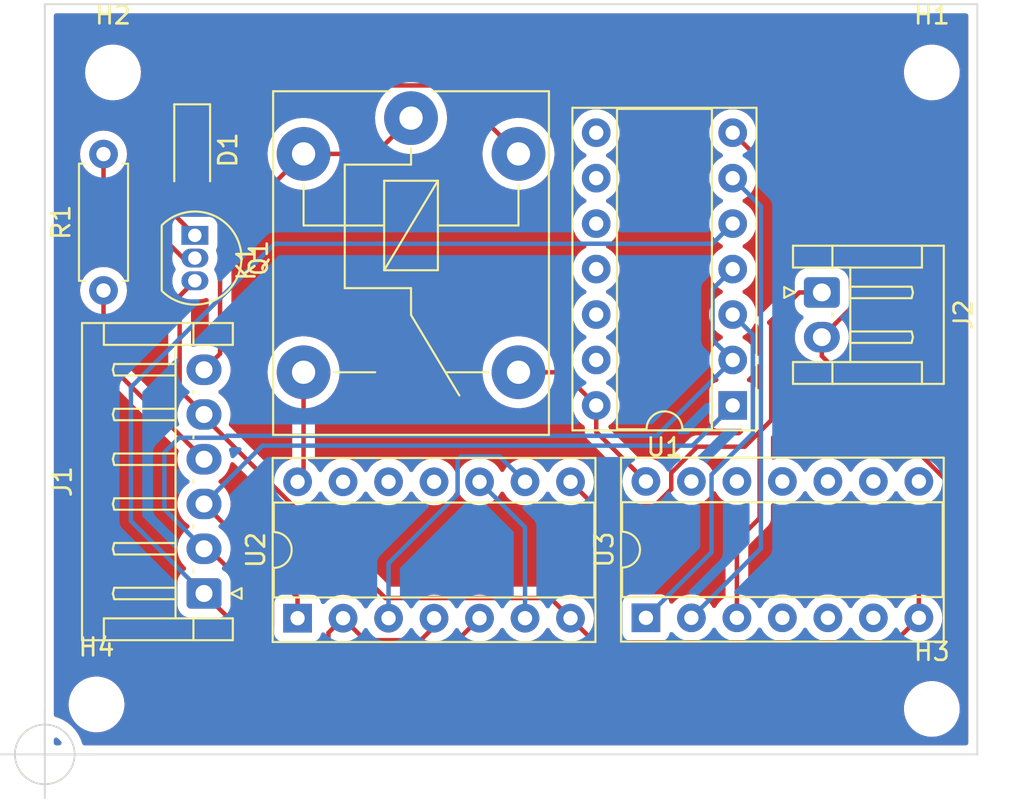
<source format=kicad_pcb>
(kicad_pcb (version 20211014) (generator pcbnew)
  (layers (0 "F.Cu" signal) (31 "B.Cu" signal) (34 "B.Paste" user) (35 "F.Paste" user) (36 "B.SilkS" user "B.Silkscreen") (37 "F.SilkS" user "F.Silkscreen") (38 "B.Mask" user) (39 "F.Mask" user) (44 "Edge.Cuts" user))
  (net 0 "")
  (net 1 "VCC")
  (net 2 "GND")
  (net 3 "IP1")
  (net 4 "IP2")
  (net 5 "IP3")
  (net 6 "SEL")
  (net 7 "OP")
  (net 8 "C1")
  (net 9 "C2")
  (net 10 "Net-(D1-Pad1)")
  (net 11 "Net-(Q1-Pad2)")
  (net 12 "Net-(U1-Pad3)")
  (net 13 "Net-(U1-Pad6)")
  (net 14 "Net-(U2-Pad3)")
  (net 15 "Net-(U2-Pad10)")
  (footprint "Relay_THT:Relay_SPDT_Finder_36.11" (layer "F.Cu") (at 132.21 100.34 -90)
    (fp_text reference "K1" (at 8.1 9.2 90) (layer "F.SilkS"))
    (fp_text value "FINDER-36.11")
    (fp_line (start 9.5 0) (end 11 0) (layer "F.SilkS") (width 0.12))
    (fp_line (start 9.5 3.7) (end 2.6 3.7) (layer "F.SilkS") (width 0.12))
    (fp_line (start 2.6 0) (end 1.7 0) (layer "F.SilkS") (width 0.12))
    (fp_line (start 17.7 7.7) (end -1.5 7.7) (layer "F.SilkS") (width 0.12))
    (fp_line (start 3.7 6) (end 6 6) (layer "F.SilkS") (width 0.12))
    (fp_line (start 9.5 0) (end 9.5 3.7) (layer "F.SilkS") (width 0.12))
    (fp_line (start 6 -6) (end 3.7 -6) (layer "F.SilkS") (width 0.12))
    (fp_line (start 3.5 -1.5) (end 8.5 -1.5) (layer "F.SilkS") (width 0.12))
    (fp_line (start -1.5 1.2) (end -1.5 7.7) (layer "F.SilkS") (width 0.12))
    (fp_line (start 8.5 1.5) (end 3.5 -1.5) (layer "F.SilkS") (width 0.12))
    (fp_line (start 8.5 -1.5) (end 8.5 1.5) (layer "F.SilkS") (width 0.12))
    (fp_line (start 17.7 -7.7) (end 17.7 7.7) (layer "F.SilkS") (width 0.12))
    (fp_line (start 3.5 1.5) (end 3.5 -1.5) (layer "F.SilkS") (width 0.12))
    (fp_line (start 14.2 -4.3) (end 14.2 -2) (layer "F.SilkS") (width 0.12))
    (fp_line (start -1.5 -7.7) (end 17.7 -7.7) (layer "F.SilkS") (width 0.12))
    (fp_line (start 6 -6) (end 6 -1.5) (layer "F.SilkS") (width 0.12))
    (fp_line (start 6 1.5) (end 6 6) (layer "F.SilkS") (width 0.12))
    (fp_line (start 8.5 1.5) (end 3.5 1.5) (layer "F.SilkS") (width 0.12))
    (fp_line (start 14.2 4.3) (end 14.2 2) (layer "F.SilkS") (width 0.12))
    (fp_line (start 2.6 0) (end 2.6 3.7) (layer "F.SilkS") (width 0.12))
    (fp_line (start 11 0) (end 15.5 -2.7) (layer "F.SilkS") (width 0.12))
    (fp_line (start -1.5 -7.7) (end -1.5 -1.2) (layer "F.SilkS") (width 0.12))
    (pad "11" thru_hole circle (at 0 0 270) (size 3 3) (drill 1.3) (layers *.Cu *.Mask) (net 1 "VCC"))
    (pad "12" thru_hole circle (at 14.2 -6 270) (size 3 3) (drill 1.3) (layers *.Cu *.Mask) (net 8 "C1"))
    (pad "14" thru_hole circle (at 14.2 6 270) (size 3 3) (drill 1.3) (layers *.Cu *.Mask) (net 9 "C2"))
    (pad "A1" thru_hole circle (at 2 6 270) (size 3 3) (drill 1.3) (layers *.Cu *.Mask) (net 1 "VCC"))
    (pad "A2" thru_hole circle (at 2 -6 270) (size 3 3) (drill 1.3) (layers *.Cu *.Mask) (net 10 "Net-(D1-Pad1)"))
  )
  (footprint "MountingHole:MountingHole_2.1mm" (layer "F.Cu") (at 114.65 133.1)
    (fp_text reference "H4" (at 0 -3.2) (layer "F.SilkS"))
    (fp_text value "MountingHole")
    (pad "" np_thru_hole circle (at 0 0) (size 2.1 2.1) (drill 2.1) (layers *.Cu *.Mask))
  )
  (footprint "Connector_JST:JST_EH_S6B-EH_1x06_P2.50mm_Horizontal" (layer "F.Cu") (at 120.65 126.9 90)
    (fp_text reference "J1" (at 6.25 -7.9 90) (layer "F.SilkS"))
    (fp_text value "Conn_01x06_Female")
    (fp_line (start 7.82 -1.59) (end 7.5 -1.59) (layer "F.SilkS") (width 0.12))
    (fp_line (start 10.32 -5.01) (end 10.32 -1.59) (layer "F.SilkS") (width 0.12))
    (fp_line (start -2.61 -6.81) (end 15.11 -6.81) (layer "F.SilkS") (width 0.12))
    (fp_line (start 12.82 -1.59) (end 12.5 -1.59) (layer "F.SilkS") (width 0.12))
    (fp_line (start 12.18 -5.01) (end 12.5 -5.09) (layer "F.SilkS") (width 0.12))
    (fp_line (start 7.18 -5.01) (end 7.5 -5.09) (layer "F.SilkS") (width 0.12))
    (fp_line (start 4.68 -1.59) (end 4.68 -5.01) (layer "F.SilkS") (width 0.12))
    (fp_line (start 15.11 -5.59) (end 13.89 -5.59) (layer "F.SilkS") (width 0.12))
    (fp_line (start 7.18 -1.59) (end 7.18 -5.01) (layer "F.SilkS") (width 0.12))
    (fp_line (start 13.89 1.61) (end 13.89 -0.59) (layer "F.SilkS") (width 0.12))
    (fp_line (start -1.39 -0.59) (end -1.39 1.61) (layer "F.SilkS") (width 0.12))
    (fp_line (start 2.18 -1.59) (end 2.18 -5.01) (layer "F.SilkS") (width 0.12))
    (fp_line (start 3.67 -0.59) (end 3.83 -0.59) (layer "F.SilkS") (width 0.12))
    (fp_line (start 15.11 1.61) (end 13.89 1.61) (layer "F.SilkS") (width 0.12))
    (fp_line (start 2.18 -5.01) (end 2.5 -5.09) (layer "F.SilkS") (width 0.12))
    (fp_line (start -0.32 -1.59) (end -0.32 -5.01) (layer "F.SilkS") (width 0.12))
    (fp_line (start 13.89 -5.59) (end 13.89 -0.59) (layer "F.SilkS") (width 0.12))
    (fp_line (start -2.61 1.61) (end -2.61 -6.81) (layer "F.SilkS") (width 0.12))
    (fp_line (start 0 1.5) (end -0.3 2.1) (layer "F.SilkS") (width 0.12))
    (fp_line (start 9.68 -5.01) (end 10 -5.09) (layer "F.SilkS") (width 0.12))
    (fp_line (start 6.17 -0.59) (end 6.33 -0.59) (layer "F.SilkS") (width 0.12))
    (fp_line (start 10 -5.09) (end 10.32 -5.01) (layer "F.SilkS") (width 0.12))
    (fp_line (start 7.5 -1.59) (end 7.18 -1.59) (layer "F.SilkS") (width 0.12))
    (fp_line (start 10 -1.59) (end 9.68 -1.59) (layer "F.SilkS") (width 0.12))
    (fp_line (start 0.32 -5.01) (end 0.32 -1.59) (layer "F.SilkS") (width 0.12))
    (fp_line (start 2.5 -1.59) (end 2.18 -1.59) (layer "F.SilkS") (width 0.12))
    (fp_line (start 12.82 -5.01) (end 12.82 -1.59) (layer "F.SilkS") (width 0.12))
    (fp_line (start -1.39 -5.59) (end -1.39 -0.59) (layer "F.SilkS") (width 0.12))
    (fp_line (start 5.32 -5.01) (end 5.32 -1.59) (layer "F.SilkS") (width 0.12))
    (fp_line (start -0.32 -5.01) (end 0 -5.09) (layer "F.SilkS") (width 0.12))
    (fp_line (start 10.32 -1.59) (end 10 -1.59) (layer "F.SilkS") (width 0.12))
    (fp_line (start -1.39 -0.59) (end -2.61 -0.59) (layer "F.SilkS") (width 0.12))
    (fp_line (start 0.32 -1.59) (end 0 -1.59) (layer "F.SilkS") (width 0.12))
    (fp_line (start 5 -1.59) (end 4.68 -1.59) (layer "F.SilkS") (width 0.12))
    (fp_line (start 5.32 -1.59) (end 5 -1.59) (layer "F.SilkS") (width 0.12))
    (fp_line (start 9.68 -1.59) (end 9.68 -5.01) (layer "F.SilkS") (width 0.12))
    (fp_line (start -2.61 -5.59) (end -1.39 -5.59) (layer "F.SilkS") (width 0.12))
    (fp_line (start 0.3 2.1) (end 0 1.5) (layer "F.SilkS") (width 0.12))
    (fp_line (start 8.67 -0.59) (end 8.83 -0.59) (layer "F.SilkS") (width 0.12))
    (fp_line (start -0.3 2.1) (end 0.3 2.1) (layer "F.SilkS") (width 0.12))
    (fp_line (start 2.82 -5.01) (end 2.82 -1.59) (layer "F.SilkS") (width 0.12))
    (fp_line (start 1.17 -0.59) (end 1.33 -0.59) (layer "F.SilkS") (width 0.12))
    (fp_line (start 2.82 -1.59) (end 2.5 -1.59) (layer "F.SilkS") (width 0.12))
    (fp_line (start -1.39 -1.59) (end 13.89 -1.59) (layer "F.SilkS") (width 0.12))
    (fp_line (start 7.5 -5.09) (end 7.82 -5.01) (layer "F.SilkS") (width 0.12))
    (fp_line (start 15.11 -6.81) (end 15.11 1.61) (layer "F.SilkS") (width 0.12))
    (fp_line (start 0 -5.09) (end 0.32 -5.01) (layer "F.SilkS") (width 0.12))
    (fp_line (start 0 -1.59) (end -0.32 -1.59) (layer "F.SilkS") (width 0.12))
    (fp_line (start 4.68 -5.01) (end 5 -5.09) (layer "F.SilkS") (width 0.12))
    (fp_line (start 12.18 -1.59) (end 12.18 -5.01) (layer "F.SilkS") (width 0.12))
    (fp_line (start 2.5 -5.09) (end 2.82 -5.01) (layer "F.SilkS") (width 0.12))
    (fp_line (start 12.5 -1.59) (end 12.18 -1.59) (layer "F.SilkS") (width 0.12))
    (fp_line (start 13.89 -0.59) (end 15.11 -0.59) (layer "F.SilkS") (width 0.12))
    (fp_line (start 5 -5.09) (end 5.32 -5.01) (layer "F.SilkS") (width 0.12))
    (fp_line (start -1.39 1.61) (end -2.61 1.61) (layer "F.SilkS") (width 0.12))
    (fp_line (start 12.5 -5.09) (end 12.82 -5.01) (layer "F.SilkS") (width 0.12))
    (fp_line (start 11.17 -0.59) (end 11.33 -0.59) (layer "F.SilkS") (width 0.12))
    (fp_line (start 7.82 -5.01) (end 7.82 -1.59) (layer "F.SilkS") (width 0.12))
    (pad "1" thru_hole roundrect (at 0 0 90) (size 1.7 1.95) (drill 0.95) (layers *.Cu *.Mask) (roundrect_rratio 0.147059) (net 5 "IP3"))
    (pad "2" thru_hole oval (at 2.5 0 90) (size 1.7 1.95) (drill 0.95) (layers *.Cu *.Mask) (net 4 "IP2"))
    (pad "3" thru_hole oval (at 5 0 90) (size 1.7 1.95) (drill 0.95) (layers *.Cu *.Mask) (net 3 "IP1"))
    (pad "4" thru_hole oval (at 7.5 0 90) (size 1.7 1.95) (drill 0.95) (layers *.Cu *.Mask) (net 6 "SEL"))
    (pad "5" thru_hole oval (at 10 0 90) (size 1.7 1.95) (drill 0.95) (layers *.Cu *.Mask) (net 2 "GND"))
    (pad "6" thru_hole oval (at 12.5 0 90) (size 1.7 1.95) (drill 0.95) (layers *.Cu *.Mask) (net 1 "VCC"))
  )
  (footprint "MountingHole:MountingHole_2.1mm" (layer "F.Cu") (at 161.29 97.79)
    (fp_text reference "H1" (at 0 -3.2) (layer "F.SilkS"))
    (fp_text value "MountingHole")
    (pad "" np_thru_hole circle (at 0 0) (size 2.1 2.1) (drill 2.1) (layers *.Cu *.Mask))
  )
  (footprint "Package_DIP:DIP-14_W7.62mm_Socket" (layer "F.Cu") (at 150.17 116.395 180)
    (fp_text reference "U1" (at 3.81 -2.33) (layer "F.SilkS"))
    (fp_text value "7408")
    (fp_line (start -1.33 16.63) (end 8.95 16.63) (layer "F.SilkS") (width 0.12))
    (fp_line (start 6.46 -1.33) (end 4.81 -1.33) (layer "F.SilkS") (width 0.12))
    (fp_line (start 8.95 16.63) (end 8.95 -1.39) (layer "F.SilkS") (width 0.12))
    (fp_line (start 1.16 16.57) (end 6.46 16.57) (layer "F.SilkS") (width 0.12))
    (fp_line (start 6.46 16.57) (end 6.46 -1.33) (layer "F.SilkS") (width 0.12))
    (fp_line (start 1.16 -1.33) (end 1.16 16.57) (layer "F.SilkS") (width 0.12))
    (fp_line (start -1.33 -1.39) (end -1.33 16.63) (layer "F.SilkS") (width 0.12))
    (fp_line (start 2.81 -1.33) (end 1.16 -1.33) (layer "F.SilkS") (width 0.12))
    (fp_line (start 8.95 -1.39) (end -1.33 -1.39) (layer "F.SilkS") (width 0.12))
    (fp_arc (start 4.81 -1.33) (mid 3.81 -0.33) (end 2.81 -1.33) (layer "F.SilkS") (width 0.12))
    (pad "1" thru_hole rect (at 0 0 180) (size 1.6 1.6) (drill 0.8) (layers *.Cu *.Mask) (net 3 "IP1"))
    (pad "2" thru_hole oval (at 0 2.54 180) (size 1.6 1.6) (drill 0.8) (layers *.Cu *.Mask) (net 4 "IP2"))
    (pad "3" thru_hole oval (at 0 5.08 180) (size 1.6 1.6) (drill 0.8) (layers *.Cu *.Mask) (net 12 "Net-(U1-Pad3)"))
    (pad "4" thru_hole oval (at 0 7.62 180) (size 1.6 1.6) (drill 0.8) (layers *.Cu *.Mask) (net 4 "IP2"))
    (pad "5" thru_hole oval (at 0 10.16 180) (size 1.6 1.6) (drill 0.8) (layers *.Cu *.Mask) (net 5 "IP3"))
    (pad "6" thru_hole oval (at 0 12.7 180) (size 1.6 1.6) (drill 0.8) (layers *.Cu *.Mask) (net 13 "Net-(U1-Pad6)"))
    (pad "7" thru_hole oval (at 0 15.24 180) (size 1.6 1.6) (drill 0.8) (layers *.Cu *.Mask) (net 2 "GND"))
    (pad "8" thru_hole oval (at 7.62 15.24 180) (size 1.6 1.6) (drill 0.8) (layers *.Cu *.Mask))
    (pad "9" thru_hole oval (at 7.62 12.7 180) (size 1.6 1.6) (drill 0.8) (layers *.Cu *.Mask))
    (pad "10" thru_hole oval (at 7.62 10.16 180) (size 1.6 1.6) (drill 0.8) (layers *.Cu *.Mask))
    (pad "11" thru_hole oval (at 7.62 7.62 180) (size 1.6 1.6) (drill 0.8) (layers *.Cu *.Mask))
    (pad "12" thru_hole oval (at 7.62 5.08 180) (size 1.6 1.6) (drill 0.8) (layers *.Cu *.Mask))
    (pad "13" thru_hole oval (at 7.62 2.54 180) (size 1.6 1.6) (drill 0.8) (layers *.Cu *.Mask))
    (pad "14" thru_hole oval (at 7.62 0 180) (size 1.6 1.6) (drill 0.8) (layers *.Cu *.Mask) (net 8 "C1"))
  )
  (footprint "Package_TO_SOT_THT:TO-92_Inline" (layer "F.Cu") (at 120.14 106.89 -90)
    (fp_text reference "Q1" (at 1.27 -3.56 90) (layer "F.SilkS"))
    (fp_text value "BC547")
    (fp_line (start -0.53 1.85) (end 3.07 1.85) (layer "F.SilkS") (width 0.12))
    (fp_arc (start 1.27 -2.6) (mid 3.672087 -0.994977) (end 3.108478 1.838478) (layer "F.SilkS") (width 0.12))
    (fp_arc (start -0.568478 1.838478) (mid -1.132087 -0.994977) (end 1.27 -2.6) (layer "F.SilkS") (width 0.12))
    (pad "1" thru_hole rect (at 0 0 270) (size 1.05 1.5) (drill 0.75) (layers *.Cu *.Mask) (net 10 "Net-(D1-Pad1)"))
    (pad "2" thru_hole oval (at 1.27 0 270) (size 1.05 1.5) (drill 0.75) (layers *.Cu *.Mask) (net 11 "Net-(Q1-Pad2)"))
    (pad "3" thru_hole oval (at 2.54 0 270) (size 1.05 1.5) (drill 0.75) (layers *.Cu *.Mask) (net 2 "GND"))
  )
  (footprint "Package_DIP:DIP-14_W7.62mm_Socket" (layer "F.Cu") (at 125.875 128.28 90)
    (fp_text reference "U2" (at 3.81 -2.33 90) (layer "F.SilkS"))
    (fp_text value "7400")
    (fp_line (start 6.46 -1.33) (end 4.81 -1.33) (layer "F.SilkS") (width 0.12))
    (fp_line (start 8.95 -1.39) (end -1.33 -1.39) (layer "F.SilkS") (width 0.12))
    (fp_line (start 1.16 16.57) (end 6.46 16.57) (layer "F.SilkS") (width 0.12))
    (fp_line (start 8.95 16.63) (end 8.95 -1.39) (layer "F.SilkS") (width 0.12))
    (fp_line (start 1.16 -1.33) (end 1.16 16.57) (layer "F.SilkS") (width 0.12))
    (fp_line (start -1.33 16.63) (end 8.95 16.63) (layer "F.SilkS") (width 0.12))
    (fp_line (start 2.81 -1.33) (end 1.16 -1.33) (layer "F.SilkS") (width 0.12))
    (fp_line (start -1.33 -1.39) (end -1.33 16.63) (layer "F.SilkS") (width 0.12))
    (fp_line (start 6.46 16.57) (end 6.46 -1.33) (layer "F.SilkS") (width 0.12))
    (fp_arc (start 4.81 -1.33) (mid 3.81 -0.33) (end 2.81 -1.33) (layer "F.SilkS") (width 0.12))
    (pad "1" thru_hole rect (at 0 0 90) (size 1.6 1.6) (drill 0.8) (layers *.Cu *.Mask) (net 3 "IP1"))
    (pad "2" thru_hole oval (at 0 2.54 90) (size 1.6 1.6) (drill 0.8) (layers *.Cu *.Mask) (net 4 "IP2"))
    (pad "3" thru_hole oval (at 0 5.08 90) (size 1.6 1.6) (drill 0.8) (layers *.Cu *.Mask) (net 14 "Net-(U2-Pad3)"))
    (pad "4" thru_hole oval (at 0 7.62 90) (size 1.6 1.6) (drill 0.8) (layers *.Cu *.Mask) (net 4 "IP2"))
    (pad "5" thru_hole oval (at 0 10.16 90) (size 1.6 1.6) (drill 0.8) (layers *.Cu *.Mask) (net 5 "IP3"))
    (pad "6" thru_hole oval (at 0 12.7 90) (size 1.6 1.6) (drill 0.8) (layers *.Cu *.Mask) (net 15 "Net-(U2-Pad10)"))
    (pad "7" thru_hole oval (at 0 15.24 90) (size 1.6 1.6) (drill 0.8) (layers *.Cu *.Mask) (net 2 "GND"))
    (pad "8" thru_hole oval (at 7.62 15.24 90) (size 1.6 1.6) (drill 0.8) (layers *.Cu *.Mask) (net 7 "OP"))
    (pad "9" thru_hole oval (at 7.62 12.7 90) (size 1.6 1.6) (drill 0.8) (layers *.Cu *.Mask) (net 14 "Net-(U2-Pad3)"))
    (pad "10" thru_hole oval (at 7.62 10.16 90) (size 1.6 1.6) (drill 0.8) (layers *.Cu *.Mask) (net 15 "Net-(U2-Pad10)"))
    (pad "11" thru_hole oval (at 7.62 7.62 90) (size 1.6 1.6) (drill 0.8) (layers *.Cu *.Mask))
    (pad "12" thru_hole oval (at 7.62 5.08 90) (size 1.6 1.6) (drill 0.8) (layers *.Cu *.Mask))
    (pad "13" thru_hole oval (at 7.62 2.54 90) (size 1.6 1.6) (drill 0.8) (layers *.Cu *.Mask))
    (pad "14" thru_hole oval (at 7.62 0 90) (size 1.6 1.6) (drill 0.8) (layers *.Cu *.Mask) (net 9 "C2"))
  )
  (footprint "Connector_JST:JST_EH_S2B-EH_1x02_P2.50mm_Horizontal" (layer "F.Cu") (at 155.1475 110.08 -90)
    (fp_text reference "J2" (at 1.25 -7.9 90) (layer "F.SilkS"))
    (fp_text value "Conn_01x02_Female")
    (fp_line (start 0 -1.59) (end -0.32 -1.59) (layer "F.SilkS") (width 0.12))
    (fp_line (start 0 -5.09) (end 0.32 -5.01) (layer "F.SilkS") (width 0.12))
    (fp_line (start -1.39 -0.59) (end -1.39 1.61) (layer "F.SilkS") (width 0.12))
    (fp_line (start -0.32 -5.01) (end 0 -5.09) (layer "F.SilkS") (width 0.12))
    (fp_line (start 3.89 -5.59) (end 3.89 -0.59) (layer "F.SilkS") (width 0.12))
    (fp_line (start 2.82 -1.59) (end 2.5 -1.59) (layer "F.SilkS") (width 0.12))
    (fp_line (start 3.89 -0.59) (end 5.11 -0.59) (layer "F.SilkS") (width 0.12))
    (fp_line (start 1.17 -0.59) (end 1.33 -0.59) (layer "F.SilkS") (width 0.12))
    (fp_line (start 0.3 2.1) (end 0 1.5) (layer "F.SilkS") (width 0.12))
    (fp_line (start 3.89 1.61) (end 3.89 -0.59) (layer "F.SilkS") (width 0.12))
    (fp_line (start -0.32 -1.59) (end -0.32 -5.01) (layer "F.SilkS") (width 0.12))
    (fp_line (start 5.11 -6.81) (end 5.11 1.61) (layer "F.SilkS") (width 0.12))
    (fp_line (start -0.3 2.1) (end 0.3 2.1) (layer "F.SilkS") (width 0.12))
    (fp_line (start -1.39 -0.59) (end -2.61 -0.59) (layer "F.SilkS") (width 0.12))
    (fp_line (start -1.39 1.61) (end -2.61 1.61) (layer "F.SilkS") (width 0.12))
    (fp_line (start 2.82 -5.01) (end 2.82 -1.59) (layer "F.SilkS") (width 0.12))
    (fp_line (start 0 1.5) (end -0.3 2.1) (layer "F.SilkS") (width 0.12))
    (fp_line (start 2.5 -1.59) (end 2.18 -1.59) (layer "F.SilkS") (width 0.12))
    (fp_line (start 2.5 -5.09) (end 2.82 -5.01) (layer "F.SilkS") (width 0.12))
    (fp_line (start 2.18 -5.01) (end 2.5 -5.09) (layer "F.SilkS") (width 0.12))
    (fp_line (start 5.11 -5.59) (end 3.89 -5.59) (layer "F.SilkS") (width 0.12))
    (fp_line (start 5.11 1.61) (end 3.89 1.61) (layer "F.SilkS") (width 0.12))
    (fp_line (start 0.32 -1.59) (end 0 -1.59) (layer "F.SilkS") (width 0.12))
    (fp_line (start -2.61 -6.81) (end 5.11 -6.81) (layer "F.SilkS") (width 0.12))
    (fp_line (start 2.18 -1.59) (end 2.18 -5.01) (layer "F.SilkS") (width 0.12))
    (fp_line (start -1.39 -1.59) (end 3.89 -1.59) (layer "F.SilkS") (width 0.12))
    (fp_line (start 0.32 -5.01) (end 0.32 -1.59) (layer "F.SilkS") (width 0.12))
    (fp_line (start -2.61 -5.59) (end -1.39 -5.59) (layer "F.SilkS") (width 0.12))
    (fp_line (start -2.61 1.61) (end -2.61 -6.81) (layer "F.SilkS") (width 0.12))
    (fp_line (start -1.39 -5.59) (end -1.39 -0.59) (layer "F.SilkS") (width 0.12))
    (pad "1" thru_hole roundrect (at 0 0 270) (size 1.7 2) (drill 1) (layers *.Cu *.Mask) (roundrect_rratio 0.147059) (net 7 "OP"))
    (pad "2" thru_hole oval (at 2.5 0 270) (size 1.7 2) (drill 1) (layers *.Cu *.Mask) (net 2 "GND"))
  )
  (footprint "MountingHole:MountingHole_2.1mm" (layer "F.Cu") (at 115.57 97.79)
    (fp_text reference "H2" (at 0 -3.2) (layer "F.SilkS"))
    (fp_text value "MountingHole")
    (pad "" np_thru_hole circle (at 0 0) (size 2.1 2.1) (drill 2.1) (layers *.Cu *.Mask))
  )
  (footprint "Package_DIP:DIP-14_W7.62mm_Socket" (layer "F.Cu") (at 145.325 128.26 90)
    (fp_text reference "U3" (at 3.81 -2.33 90) (layer "F.SilkS"))
    (fp_text value "7432")
    (fp_line (start 6.46 -1.33) (end 4.81 -1.33) (layer "F.SilkS") (width 0.12))
    (fp_line (start -1.33 16.63) (end 8.95 16.63) (layer "F.SilkS") (width 0.12))
    (fp_line (start 8.95 -1.39) (end -1.33 -1.39) (layer "F.SilkS") (width 0.12))
    (fp_line (start 8.95 16.63) (end 8.95 -1.39) (layer "F.SilkS") (width 0.12))
    (fp_line (start 6.46 16.57) (end 6.46 -1.33) (layer "F.SilkS") (width 0.12))
    (fp_line (start 1.16 -1.33) (end 1.16 16.57) (layer "F.SilkS") (width 0.12))
    (fp_line (start 2.81 -1.33) (end 1.16 -1.33) (layer "F.SilkS") (width 0.12))
    (fp_line (start -1.33 -1.39) (end -1.33 16.63) (layer "F.SilkS") (width 0.12))
    (fp_line (start 1.16 16.57) (end 6.46 16.57) (layer "F.SilkS") (width 0.12))
    (fp_arc (start 4.81 -1.33) (mid 3.81 -0.33) (end 2.81 -1.33) (layer "F.SilkS") (width 0.12))
    (pad "1" thru_hole rect (at 0 0 90) (size 1.6 1.6) (drill 0.8) (layers *.Cu *.Mask) (net 12 "Net-(U1-Pad3)"))
    (pad "2" thru_hole oval (at 0 2.54 90) (size 1.6 1.6) (drill 0.8) (layers *.Cu *.Mask) (net 13 "Net-(U1-Pad6)"))
    (pad "3" thru_hole oval (at 0 5.08 90) (size 1.6 1.6) (drill 0.8) (layers *.Cu *.Mask) (net 7 "OP"))
    (pad "4" thru_hole oval (at 0 7.62 90) (size 1.6 1.6) (drill 0.8) (layers *.Cu *.Mask))
    (pad "5" thru_hole oval (at 0 10.16 90) (size 1.6 1.6) (drill 0.8) (layers *.Cu *.Mask))
    (pad "6" thru_hole oval (at 0 12.7 90) (size 1.6 1.6) (drill 0.8) (layers *.Cu *.Mask))
    (pad "7" thru_hole oval (at 0 15.24 90) (size 1.6 1.6) (drill 0.8) (layers *.Cu *.Mask) (net 2 "GND"))
    (pad "8" thru_hole oval (at 7.62 15.24 90) (size 1.6 1.6) (drill 0.8) (layers *.Cu *.Mask))
    (pad "9" thru_hole oval (at 7.62 12.7 90) (size 1.6 1.6) (drill 0.8) (layers *.Cu *.Mask))
    (pad "10" thru_hole oval (at 7.62 10.16 90) (size 1.6 1.6) (drill 0.8) (layers *.Cu *.Mask))
    (pad "11" thru_hole oval (at 7.62 7.62 90) (size 1.6 1.6) (drill 0.8) (layers *.Cu *.Mask))
    (pad "12" thru_hole oval (at 7.62 5.08 90) (size 1.6 1.6) (drill 0.8) (layers *.Cu *.Mask))
    (pad "13" thru_hole oval (at 7.62 2.54 90) (size 1.6 1.6) (drill 0.8) (layers *.Cu *.Mask))
    (pad "14" thru_hole oval (at 7.62 0 90) (size 1.6 1.6) (drill 0.8) (layers *.Cu *.Mask) (net 8 "C1"))
  )
  (footprint "Resistor_THT:R_Axial_DIN0207_L6.3mm_D2.5mm_P7.62mm_Horizontal" (layer "F.Cu") (at 115.04 109.97 90)
    (fp_text reference "R1" (at 3.81 -2.37 90) (layer "F.SilkS"))
    (fp_text value "1K")
    (fp_line (start 0.54 1.37) (end 7.08 1.37) (layer "F.SilkS") (width 0.12))
    (fp_line (start 0.54 1.04) (end 0.54 1.37) (layer "F.SilkS") (width 0.12))
    (fp_line (start 0.54 -1.04) (end 0.54 -1.37) (layer "F.SilkS") (width 0.12))
    (fp_line (start 7.08 1.37) (end 7.08 1.04) (layer "F.SilkS") (width 0.12))
    (fp_line (start 0.54 -1.37) (end 7.08 -1.37) (layer "F.SilkS") (width 0.12))
    (fp_line (start 7.08 -1.37) (end 7.08 -1.04) (layer "F.SilkS") (width 0.12))
    (pad "1" thru_hole circle (at 0 0 90) (size 1.6 1.6) (drill 0.8) (layers *.Cu *.Mask) (net 6 "SEL"))
    (pad "2" thru_hole oval (at 7.62 0 90) (size 1.6 1.6) (drill 0.8) (layers *.Cu *.Mask) (net 11 "Net-(Q1-Pad2)"))
  )
  (footprint "MountingHole:MountingHole_2.1mm" (layer "F.Cu") (at 161.29 133.35)
    (fp_text reference "H3" (at 0 -3.2) (layer "F.SilkS"))
    (fp_text value "MountingHole")
    (pad "" np_thru_hole circle (at 0 0) (size 2.1 2.1) (drill 2.1) (layers *.Cu *.Mask))
  )
  (footprint "Diode_SMD:D_MiniMELF" (layer "F.Cu") (at 119.99 102.12 -90)
    (fp_text reference "D1" (at 0 -2 90) (layer "F.SilkS"))
    (fp_text value "DIODE")
    (fp_line (start 1.75 -1) (end -2.55 -1) (layer "F.SilkS") (width 0.12))
    (fp_line (start -2.55 -1) (end -2.55 1) (layer "F.SilkS") (width 0.12))
    (fp_line (start -2.55 1) (end 1.75 1) (layer "F.SilkS") (width 0.12))
    (pad "1" smd rect (at -1.75 0 270) (size 1.3 1.7) (layers "F.Cu" "F.Paste" "F.Mask") (net 10 "Net-(D1-Pad1)"))
    (pad "2" smd rect (at 1.75 0 270) (size 1.3 1.7) (layers "F.Cu" "F.Paste" "F.Mask") (net 1 "VCC"))
  )
  (gr_line (start 163.83 135.89) (end 111.76 135.89) (layer "Edge.Cuts") (width 0.1))
  (gr_line (start 163.83 93.98) (end 163.83 135.89) (layer "Edge.Cuts") (width 0.1))
  (gr_line (start 111.76 93.98) (end 163.83 93.98) (layer "Edge.Cuts") (width 0.1))
  (gr_line (start 111.76 135.89) (end 111.76 93.98) (layer "Edge.Cuts") (width 0.1))
  (target plus (at 111.76 135.89) (size 5) (width 0.1) (layer "Edge.Cuts"))
  (segment (start 126.21 102.34) (end 130.21 102.34) (width 0.25) (layer "F.Cu") (net 1))
  (segment (start 119.99 103.87) (end 121.54789 105.42789) (width 0.25) (layer "F.Cu") (net 1))
  (segment (start 121.54789 105.42789) (end 121.54789 113.50211) (width 0.25) (layer "F.Cu") (net 1))
  (segment (start 119.99 103.87) (end 124.68 103.87) (width 0.25) (layer "F.Cu") (net 1))
  (segment (start 130.21 102.34) (end 132.21 100.34) (width 0.25) (layer "F.Cu") (net 1))
  (segment (start 124.68 103.87) (end 126.21 102.34) (width 0.25) (layer "F.Cu") (net 1))
  (segment (start 121.54789 113.50211) (end 120.65 114.4) (width 0.25) (layer "F.Cu") (net 1))
  (segment (start 120.14 109.43) (end 119.29 110.28) (width 0.25) (layer "F.Cu") (net 2))
  (segment (start 159.38 129.63) (end 159.38 129.445) (width 0.25) (layer "F.Cu") (net 2))
  (segment (start 142.465 129.63) (end 159.38 129.63) (width 0.25) (layer "F.Cu") (net 2))
  (segment (start 160.565 128.26) (end 160.565 123.305) (width 0.25) (layer "F.Cu") (net 2))
  (segment (start 162.38 120.864009) (end 155.1475 113.631509) (width 0.25) (layer "F.Cu") (net 2))
  (segment (start 157.68 108.665) (end 157.68 110.0475) (width 0.25) (layer "F.Cu") (net 2))
  (segment (start 160.565 123.305) (end 162.38 121.49) (width 0.25) (layer "F.Cu") (net 2))
  (segment (start 130.779009 127.155) (end 139.99 127.155) (width 0.25) (layer "F.Cu") (net 2))
  (segment (start 162.38 121.49) (end 162.38 120.864009) (width 0.25) (layer "F.Cu") (net 2))
  (segment (start 139.99 127.155) (end 141.115 128.28) (width 0.25) (layer "F.Cu") (net 2))
  (segment (start 150.17 101.155) (end 157.68 108.665) (width 0.25) (layer "F.Cu") (net 2))
  (segment (start 119.29 110.28) (end 119.29 115.54) (width 0.25) (layer "F.Cu") (net 2))
  (segment (start 120.65 117.025991) (end 130.779009 127.155) (width 0.25) (layer "F.Cu") (net 2))
  (segment (start 141.115 128.28) (end 142.465 129.63) (width 0.25) (layer "F.Cu") (net 2))
  (segment (start 120.65 116.9) (end 120.65 117.025991) (width 0.25) (layer "F.Cu") (net 2))
  (segment (start 155.1475 113.631509) (end 155.1475 112.58) (width 0.25) (layer "F.Cu") (net 2))
  (segment (start 159.38 129.445) (end 160.565 128.26) (width 0.25) (layer "F.Cu") (net 2))
  (segment (start 119.29 115.54) (end 120.65 116.9) (width 0.25) (layer "F.Cu") (net 2))
  (segment (start 157.68 110.0475) (end 155.1475 112.58) (width 0.25) (layer "F.Cu") (net 2))
  (segment (start 125.875 127.125) (end 125.875 128.28) (width 0.25) (layer "F.Cu") (net 3))
  (segment (start 120.65 121.9) (end 125.875 127.125) (width 0.25) (layer "F.Cu") (net 3))
  (segment (start 123.91 118.64) (end 147.925 118.64) (width 0.25) (layer "B.Cu") (net 3))
  (segment (start 147.925 118.64) (end 150.17 116.395) (width 0.25) (layer "B.Cu") (net 3))
  (segment (start 120.65 121.9) (end 123.91 118.64) (width 0.25) (layer "B.Cu") (net 3))
  (segment (start 129.645 129.51) (end 132.75 129.51) (width 0.25) (layer "F.Cu") (net 4))
  (segment (start 128.415 128.28) (end 129.645 129.51) (width 0.25) (layer "F.Cu") (net 4))
  (segment (start 120.65 124.4) (end 120.91 124.4) (width 0.25) (layer "F.Cu") (net 4))
  (segment (start 124.52 129.92) (end 127.6 129.92) (width 0.25) (layer "F.Cu") (net 4))
  (segment (start 123.62 129.02) (end 124.52 129.92) (width 0.25) (layer "F.Cu") (net 4))
  (segment (start 133.495 128.765) (end 133.495 128.28) (width 0.25) (layer "F.Cu") (net 4))
  (segment (start 127.6 129.095) (end 128.415 128.28) (width 0.25) (layer "F.Cu") (net 4))
  (segment (start 127.6 129.92) (end 127.6 129.095) (width 0.25) (layer "F.Cu") (net 4))
  (segment (start 123.62 127.11) (end 123.62 129.02) (width 0.25) (layer "F.Cu") (net 4))
  (segment (start 132.75 129.51) (end 133.495 128.765) (width 0.25) (layer "F.Cu") (net 4))
  (segment (start 120.91 124.4) (end 123.62 127.11) (width 0.25) (layer "F.Cu") (net 4))
  (segment (start 149.045 109.9) (end 150.17 108.775) (width 0.25) (layer "B.Cu") (net 4))
  (segment (start 118.44 119.02) (end 119.26 118.2) (width 0.25) (layer "B.Cu") (net 4))
  (segment (start 119.26 118.2) (end 121.810734 118.2) (width 0.25) (layer "B.Cu") (net 4))
  (segment (start 149.045 112.73) (end 149.045 109.9) (width 0.25) (layer "B.Cu") (net 4))
  (segment (start 120.65 124.4) (end 118.44 122.19) (width 0.25) (layer "B.Cu") (net 4))
  (segment (start 121.920734 118.09) (end 145.935 118.09) (width 0.25) (layer "B.Cu") (net 4))
  (segment (start 118.44 122.19) (end 118.44 119.02) (width 0.25) (layer "B.Cu") (net 4))
  (segment (start 121.810734 118.2) (end 121.920734 118.09) (width 0.25) (layer "B.Cu") (net 4))
  (segment (start 145.935 118.09) (end 150.17 113.855) (width 0.25) (layer "B.Cu") (net 4))
  (segment (start 150.17 113.855) (end 149.045 112.73) (width 0.25) (layer "B.Cu") (net 4))
  (segment (start 120.65 126.9) (end 124.12 130.37) (width 0.25) (layer "F.Cu") (net 5))
  (segment (start 133.945 130.37) (end 136.035 128.28) (width 0.25) (layer "F.Cu") (net 5))
  (segment (start 124.12 130.37) (end 133.945 130.37) (width 0.25) (layer "F.Cu") (net 5))
  (segment (start 149.045 107.36) (end 150.17 106.235) (width 0.25) (layer "B.Cu") (net 5))
  (segment (start 116.57 115.38) (end 124.59 107.36) (width 0.25) (layer "B.Cu") (net 5))
  (segment (start 116.57 122.85) (end 116.57 115.38) (width 0.25) (layer "B.Cu") (net 5))
  (segment (start 120.62 126.9) (end 116.57 122.85) (width 0.25) (layer "B.Cu") (net 5))
  (segment (start 120.65 126.9) (end 120.62 126.9) (width 0.25) (layer "B.Cu") (net 5))
  (segment (start 124.59 107.36) (end 149.045 107.36) (width 0.25) (layer "B.Cu") (net 5))
  (segment (start 115.04 113.79) (end 115.04 109.97) (width 0.25) (layer "F.Cu") (net 6))
  (segment (start 120.65 119.4) (end 115.04 113.79) (width 0.25) (layer "F.Cu") (net 6))
  (segment (start 150.405 128.26) (end 150.405 123.955) (width 0.25) (layer "F.Cu") (net 7))
  (segment (start 151.885 117.655) (end 152.32 117.22) (width 0.25) (layer "F.Cu") (net 7))
  (segment (start 141.115 120.66) (end 142.475 122.02) (width 0.25) (layer "F.Cu") (net 7))
  (segment (start 145.79 122.02) (end 146.74 121.07) (width 0.25) (layer "F.Cu") (net 7))
  (segment (start 148.2 118.7) (end 150.84 118.7) (width 0.25) (layer "F.Cu") (net 7))
  (segment (start 153.89 110.08) (end 155.1475 110.08) (width 0.25) (layer "F.Cu") (net 7))
  (segment (start 146.74 121.07) (end 146.74 120.16) (width 0.25) (layer "F.Cu") (net 7))
  (segment (start 146.74 120.16) (end 148.2 118.7) (width 0.25) (layer "F.Cu") (net 7))
  (segment (start 152.32 111.87) (end 152.21 111.76) (width 0.25) (layer "F.Cu") (net 7))
  (segment (start 142.475 122.02) (end 145.79 122.02) (width 0.25) (layer "F.Cu") (net 7))
  (segment (start 150.405 123.955) (end 151.67 122.69) (width 0.25) (layer "F.Cu") (net 7))
  (segment (start 151.67 117.87) (end 151.885 117.655) (width 0.25) (layer "F.Cu") (net 7))
  (segment (start 152.21 111.76) (end 153.89 110.08) (width 0.25) (layer "F.Cu") (net 7))
  (segment (start 151.67 122.69) (end 151.67 117.87) (width 0.25) (layer "F.Cu") (net 7))
  (segment (start 150.84 118.7) (end 151.885 117.655) (width 0.25) (layer "F.Cu") (net 7))
  (segment (start 152.32 117.22) (end 152.32 111.87) (width 0.25) (layer "F.Cu") (net 7))
  (segment (start 140.695 114.54) (end 142.55 116.395) (width 0.25) (layer "F.Cu") (net 8))
  (segment (start 142.55 116.395) (end 142.55 117.865) (width 0.25) (layer "F.Cu") (net 8))
  (segment (start 138.21 114.54) (end 140.695 114.54) (width 0.25) (layer "F.Cu") (net 8))
  (segment (start 142.55 117.865) (end 145.325 120.64) (width 0.25) (layer "F.Cu") (net 8))
  (segment (start 126.21 114.54) (end 126.21 120.325) (width 0.25) (layer "F.Cu") (net 9))
  (segment (start 126.21 120.325) (end 125.875 120.66) (width 0.25) (layer "F.Cu") (net 9))
  (segment (start 119.99 100.37) (end 118.330698 102.029302) (width 0.25) (layer "F.Cu") (net 10))
  (segment (start 118.330698 105.080698) (end 120.14 106.89) (width 0.25) (layer "F.Cu") (net 10))
  (segment (start 119.99 100.37) (end 121.845 98.515) (width 0.25) (layer "F.Cu") (net 10))
  (segment (start 118.330698 102.029302) (end 118.330698 105.080698) (width 0.25) (layer "F.Cu") (net 10))
  (segment (start 134.385 98.515) (end 138.21 102.34) (width 0.25) (layer "F.Cu") (net 10))
  (segment (start 121.845 98.515) (end 134.385 98.515) (width 0.25) (layer "F.Cu") (net 10))
  (segment (start 115.04 103.715) (end 119.485 108.16) (width 0.25) (layer "F.Cu") (net 11))
  (segment (start 115.04 102.35) (end 115.04 103.715) (width 0.25) (layer "F.Cu") (net 11))
  (segment (start 119.485 108.16) (end 120.14 108.16) (width 0.25) (layer "F.Cu") (net 11))
  (segment (start 148.99 120.26) (end 148.99 124.595) (width 0.25) (layer "B.Cu") (net 12))
  (segment (start 148.99 124.595) (end 145.325 128.26) (width 0.25) (layer "B.Cu") (net 12))
  (segment (start 150.17 111.315) (end 151.295 112.44) (width 0.25) (layer "B.Cu") (net 12))
  (segment (start 151.295 112.44) (end 151.295 117.955) (width 0.25) (layer "B.Cu") (net 12))
  (segment (start 151.295 117.955) (end 148.99 120.26) (width 0.25) (layer "B.Cu") (net 12))
  (segment (start 151.745 124.38) (end 147.865 128.26) (width 0.25) (layer "B.Cu") (net 13))
  (segment (start 150.17 103.695) (end 151.745 105.27) (width 0.25) (layer "B.Cu") (net 13))
  (segment (start 151.745 105.27) (end 151.745 124.38) (width 0.25) (layer "B.Cu") (net 13))
  (segment (start 137.165 119.25) (end 138.575 120.66) (width 0.25) (layer "B.Cu") (net 14))
  (segment (start 134.81 121.36) (end 134.81 119.43) (width 0.25) (layer "B.Cu") (net 14))
  (segment (start 134.99 119.25) (end 137.165 119.25) (width 0.25) (layer "B.Cu") (net 14))
  (segment (start 130.955 128.28) (end 130.955 125.215) (width 0.25) (layer "B.Cu") (net 14))
  (segment (start 130.955 125.215) (end 134.81 121.36) (width 0.25) (layer "B.Cu") (net 14))
  (segment (start 134.81 119.43) (end 134.99 119.25) (width 0.25) (layer "B.Cu") (net 14))
  (segment (start 138.575 123.2) (end 136.035 120.66) (width 0.25) (layer "B.Cu") (net 15))
  (segment (start 138.575 128.28) (end 138.575 123.2) (width 0.25) (layer "B.Cu") (net 15))
  (zone (net 0) (net_name "") (layer "F.Cu") (connect_pads (clearance 0.508)) (min_thickness 0.254) (fill yes (thermal_gap 0.508) (thermal_bridge_width 0.508))
    (polygon (pts (xy 163.83 135.89) (xy 111.76 135.89) (xy 111.76 93.98) (xy 163.83 93.98)))
  )
  (zone (net 0) (net_name "") (layer "B.Cu") (connect_pads (clearance 0.508)) (min_thickness 0.254) (fill yes (thermal_gap 0.508) (thermal_bridge_width 0.508))
    (polygon (pts (xy 163.83 135.89) (xy 111.76 135.89) (xy 111.76 93.98) (xy 163.83 93.98)))
  )
)
</source>
